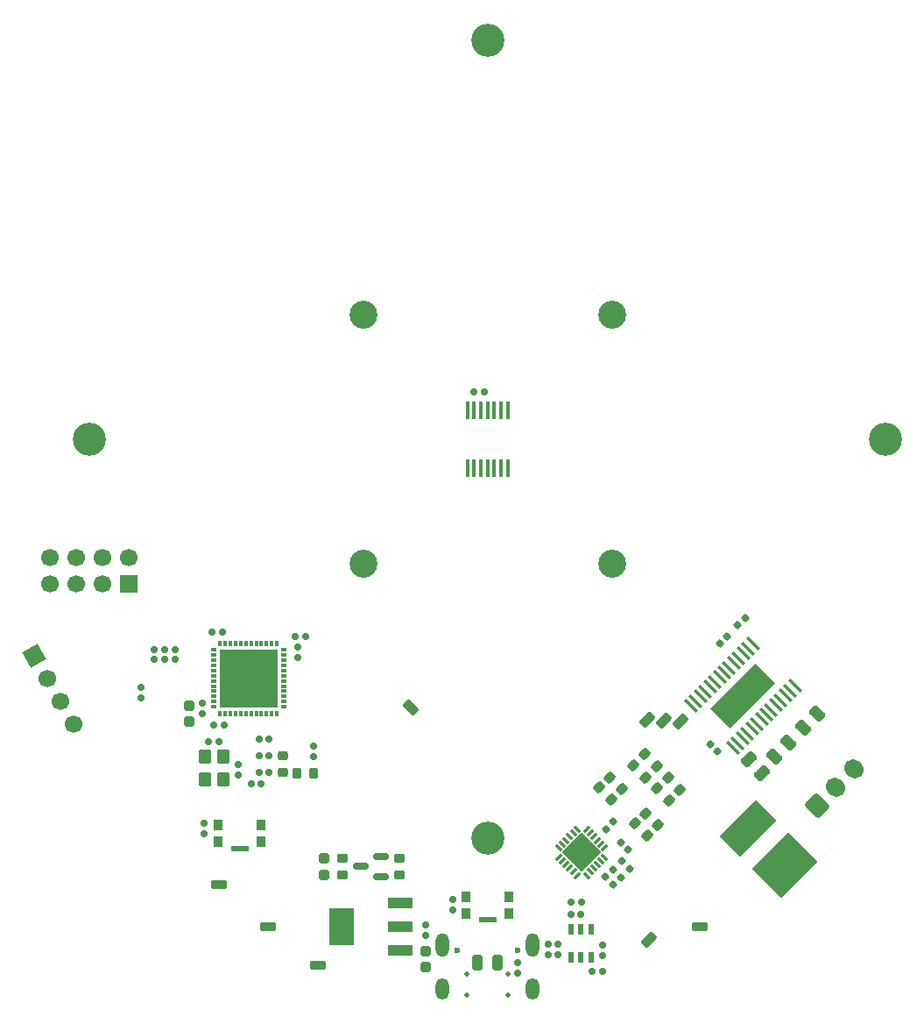
<source format=gbr>
%TF.GenerationSoftware,KiCad,Pcbnew,9.0.1*%
%TF.CreationDate,2025-05-12T15:51:15-07:00*%
%TF.ProjectId,SmartKnobController_ME507,536d6172-744b-46e6-9f62-436f6e74726f,rev?*%
%TF.SameCoordinates,Original*%
%TF.FileFunction,Soldermask,Top*%
%TF.FilePolarity,Negative*%
%FSLAX46Y46*%
G04 Gerber Fmt 4.6, Leading zero omitted, Abs format (unit mm)*
G04 Created by KiCad (PCBNEW 9.0.1) date 2025-05-12 15:51:15*
%MOMM*%
%LPD*%
G01*
G04 APERTURE LIST*
G04 Aperture macros list*
%AMRoundRect*
0 Rectangle with rounded corners*
0 $1 Rounding radius*
0 $2 $3 $4 $5 $6 $7 $8 $9 X,Y pos of 4 corners*
0 Add a 4 corners polygon primitive as box body*
4,1,4,$2,$3,$4,$5,$6,$7,$8,$9,$2,$3,0*
0 Add four circle primitives for the rounded corners*
1,1,$1+$1,$2,$3*
1,1,$1+$1,$4,$5*
1,1,$1+$1,$6,$7*
1,1,$1+$1,$8,$9*
0 Add four rect primitives between the rounded corners*
20,1,$1+$1,$2,$3,$4,$5,0*
20,1,$1+$1,$4,$5,$6,$7,0*
20,1,$1+$1,$6,$7,$8,$9,0*
20,1,$1+$1,$8,$9,$2,$3,0*%
%AMHorizOval*
0 Thick line with rounded ends*
0 $1 width*
0 $2 $3 position (X,Y) of the first rounded end (center of the circle)*
0 $4 $5 position (X,Y) of the second rounded end (center of the circle)*
0 Add line between two ends*
20,1,$1,$2,$3,$4,$5,0*
0 Add two circle primitives to create the rounded ends*
1,1,$1,$2,$3*
1,1,$1,$4,$5*%
%AMRotRect*
0 Rectangle, with rotation*
0 The origin of the aperture is its center*
0 $1 length*
0 $2 width*
0 $3 Rotation angle, in degrees counterclockwise*
0 Add horizontal line*
21,1,$1,$2,0,0,$3*%
G04 Aperture macros list end*
%ADD10R,0.300000X0.550000*%
%ADD11R,0.550000X0.300000*%
%ADD12R,5.600000X5.600000*%
%ADD13RoundRect,0.219000X-0.294000X0.219000X-0.294000X-0.219000X0.294000X-0.219000X0.294000X0.219000X0*%
%ADD14RoundRect,0.225000X-0.212132X-0.530330X0.530330X0.212132X0.212132X0.530330X-0.530330X-0.212132X0*%
%ADD15C,3.200000*%
%ADD16C,2.700000*%
%ADD17RoundRect,0.159000X-0.159000X-0.189000X0.159000X-0.189000X0.159000X0.189000X-0.159000X0.189000X0*%
%ADD18RoundRect,0.219000X0.362746X0.053033X0.053033X0.362746X-0.362746X-0.053033X-0.053033X-0.362746X0*%
%ADD19RoundRect,0.159000X0.159000X0.189000X-0.159000X0.189000X-0.159000X-0.189000X0.159000X-0.189000X0*%
%ADD20RoundRect,0.159000X0.021213X-0.246073X0.246073X-0.021213X-0.021213X0.246073X-0.246073X0.021213X0*%
%ADD21R,2.470000X0.980000*%
%ADD22R,2.470000X3.600000*%
%ADD23RoundRect,0.159000X0.189000X-0.159000X0.189000X0.159000X-0.189000X0.159000X-0.189000X-0.159000X0*%
%ADD24RoundRect,0.159000X-0.189000X0.159000X-0.189000X-0.159000X0.189000X-0.159000X0.189000X0.159000X0*%
%ADD25RoundRect,0.225000X-0.530330X0.212132X0.212132X-0.530330X0.530330X-0.212132X-0.212132X0.530330X0*%
%ADD26RoundRect,0.261500X0.261500X0.476500X-0.261500X0.476500X-0.261500X-0.476500X0.261500X-0.476500X0*%
%ADD27RotRect,0.254000X0.812800X315.000000*%
%ADD28RotRect,0.254000X0.812800X225.000000*%
%ADD29RotRect,2.641600X2.641600X225.000000*%
%ADD30RoundRect,0.225000X-0.525000X-0.225000X0.525000X-0.225000X0.525000X0.225000X-0.525000X0.225000X0*%
%ADD31RoundRect,0.150000X0.590000X0.150000X-0.590000X0.150000X-0.590000X-0.150000X0.590000X-0.150000X0*%
%ADD32RoundRect,0.219000X0.294000X-0.219000X0.294000X0.219000X-0.294000X0.219000X-0.294000X-0.219000X0*%
%ADD33RoundRect,0.159000X-0.246073X-0.021213X-0.021213X-0.246073X0.246073X0.021213X0.021213X0.246073X0*%
%ADD34RoundRect,0.219000X-0.362746X-0.053033X-0.053033X-0.362746X0.362746X0.053033X0.053033X0.362746X0*%
%ADD35RoundRect,0.159000X0.246073X0.021213X0.021213X0.246073X-0.246073X-0.021213X-0.021213X-0.246073X0*%
%ADD36RoundRect,0.250000X0.350000X-0.450000X0.350000X0.450000X-0.350000X0.450000X-0.350000X-0.450000X0*%
%ADD37RoundRect,0.159000X-0.021213X0.246073X-0.246073X0.021213X0.021213X-0.246073X0.246073X-0.021213X0*%
%ADD38RoundRect,0.239000X-0.274000X0.239000X-0.274000X-0.239000X0.274000X-0.239000X0.274000X0.239000X0*%
%ADD39HorizOval,0.340000X-0.491439X0.491439X0.491439X-0.491439X0*%
%ADD40RotRect,6.200000X2.750000X45.000000*%
%ADD41RoundRect,0.269000X0.159099X-0.539522X0.539522X-0.159099X-0.159099X0.539522X-0.539522X0.159099X0*%
%ADD42R,0.600000X1.100000*%
%ADD43RoundRect,0.244000X0.269000X-0.244000X0.269000X0.244000X-0.269000X0.244000X-0.269000X-0.244000X0*%
%ADD44RoundRect,0.269000X0.539522X0.159099X0.159099X0.539522X-0.539522X-0.159099X-0.159099X-0.539522X0*%
%ADD45R,0.900000X1.000000*%
%ADD46R,1.700000X0.550000*%
%ADD47RotRect,2.800000X5.000000X135.000000*%
%ADD48RotRect,4.000000X5.000000X135.000000*%
%ADD49RoundRect,0.220000X-0.255000X0.220000X-0.255000X-0.220000X0.255000X-0.220000X0.255000X0.220000X0*%
%ADD50R,0.400000X1.700000*%
%ADD51RoundRect,0.219000X-0.219000X-0.294000X0.219000X-0.294000X0.219000X0.294000X-0.219000X0.294000X0*%
%ADD52RoundRect,0.225000X0.525000X0.225000X-0.525000X0.225000X-0.525000X-0.225000X0.525000X-0.225000X0*%
%ADD53RoundRect,0.225000X0.212132X0.530330X-0.530330X-0.212132X-0.212132X-0.530330X0.530330X0.212132X0*%
%ADD54R,1.700000X1.700000*%
%ADD55C,1.700000*%
%ADD56RotRect,1.700000X1.700000X210.000000*%
%ADD57C,0.600000*%
%ADD58O,1.300000X2.100000*%
%ADD59O,1.300000X2.300000*%
%ADD60C,0.500000*%
%ADD61RoundRect,0.250000X0.088388X-0.936916X0.936916X-0.088388X-0.088388X0.936916X-0.936916X0.088388X0*%
%ADD62HorizOval,1.700000X-0.088388X0.088388X0.088388X-0.088388X0*%
G04 APERTURE END LIST*
D10*
%TO.C,U4*%
X127300000Y-114875000D03*
X127800000Y-114875000D03*
X128300001Y-114875000D03*
X128800000Y-114875000D03*
X129300000Y-114874999D03*
X129800000Y-114875000D03*
X130300000Y-114875000D03*
X130800000Y-114874999D03*
X131300000Y-114875000D03*
X131799999Y-114875000D03*
X132300000Y-114875000D03*
X132800000Y-114875000D03*
D11*
X133425000Y-114250000D03*
X133425000Y-113750000D03*
X133425000Y-113249999D03*
X133425000Y-112750000D03*
X133424999Y-112250000D03*
X133425000Y-111750000D03*
X133425000Y-111250000D03*
X133424999Y-110750000D03*
X133425000Y-110250000D03*
X133425000Y-109750001D03*
X133425000Y-109250000D03*
X133425000Y-108750000D03*
D10*
X132800000Y-108125000D03*
X132300000Y-108125000D03*
X131799999Y-108125000D03*
X131300000Y-108125000D03*
X130800000Y-108125001D03*
X130300000Y-108125000D03*
X129800000Y-108125000D03*
X129300000Y-108125001D03*
X128800000Y-108125000D03*
X128300001Y-108125000D03*
X127800000Y-108125000D03*
X127300000Y-108125000D03*
D11*
X126675000Y-108750000D03*
X126675000Y-109250000D03*
X126675000Y-109750001D03*
X126675000Y-110250000D03*
X126675001Y-110750000D03*
X126675000Y-111250000D03*
X126675000Y-111750000D03*
X126675001Y-112250000D03*
X126675000Y-112750000D03*
X126675000Y-113249999D03*
X126675000Y-113750000D03*
X126675000Y-114250000D03*
D12*
X130050000Y-111500000D03*
%TD*%
D13*
%TO.C,R16*%
X139100000Y-128879999D03*
X139100000Y-130520001D03*
%TD*%
D14*
%TO.C,TP3*%
X168800000Y-136800000D03*
%TD*%
D15*
%TO.C,H6*%
X153150000Y-49900000D03*
%TD*%
D16*
%TO.C,H4*%
X165170815Y-76379185D03*
%TD*%
D17*
%TO.C,C19*%
X161212564Y-133116386D03*
X162212562Y-133116386D03*
%TD*%
D18*
%TO.C,R9*%
X168445634Y-121052740D03*
X167285978Y-119893084D03*
%TD*%
D19*
%TO.C,R1*%
X131299999Y-121700000D03*
X130300001Y-121700000D03*
%TD*%
D17*
%TO.C,C4*%
X134550001Y-107500000D03*
X135549999Y-107500000D03*
%TD*%
D20*
%TO.C,C31*%
X177346447Y-106353553D03*
X178053553Y-105646447D03*
%TD*%
D21*
%TO.C,U3*%
X144730000Y-137800000D03*
X144730000Y-135500000D03*
X144730000Y-133200000D03*
D22*
X139070000Y-135500000D03*
%TD*%
D23*
%TO.C,C13*%
X129019999Y-120799999D03*
X129019999Y-119800001D03*
%TD*%
D24*
%TO.C,R22*%
X120900001Y-108700001D03*
X120900001Y-109700001D03*
%TD*%
%TO.C,C22*%
X159039340Y-137200002D03*
X159039340Y-138200000D03*
%TD*%
D19*
%TO.C,C7*%
X132049998Y-117362500D03*
X131050000Y-117362500D03*
%TD*%
D25*
%TO.C,TP4*%
X145700000Y-114300000D03*
%TD*%
D26*
%TO.C,D3*%
X154089999Y-139000000D03*
X152210001Y-139000000D03*
%TD*%
D18*
%TO.C,R10*%
X165119359Y-123219359D03*
X163959703Y-122059703D03*
%TD*%
D27*
%TO.C,U1*%
X164487747Y-127865184D03*
X164134194Y-127511632D03*
X163780640Y-127158078D03*
X163427086Y-126804524D03*
X163073532Y-126450970D03*
X162719980Y-126097417D03*
D28*
X161811630Y-126097417D03*
X161458078Y-126450970D03*
X161104524Y-126804524D03*
X160750970Y-127158078D03*
X160397416Y-127511632D03*
X160043863Y-127865184D03*
D27*
X160043863Y-128773534D03*
X160397416Y-129127086D03*
X160750970Y-129480640D03*
X161104524Y-129834194D03*
X161458078Y-130187748D03*
X161811630Y-130541301D03*
D28*
X162719980Y-130541301D03*
X163073532Y-130187748D03*
X163427086Y-129834194D03*
X163780640Y-129480640D03*
X164134194Y-129127086D03*
X164487747Y-128773534D03*
D29*
X162265805Y-128319359D03*
%TD*%
D15*
%TO.C,H5*%
X114650000Y-88400000D03*
%TD*%
D14*
%TO.C,TP9*%
X170200000Y-115600000D03*
%TD*%
D23*
%TO.C,C1*%
X134799999Y-109499999D03*
X134799999Y-108500001D03*
%TD*%
D24*
%TO.C,R23*%
X121950001Y-108700001D03*
X121950001Y-109700001D03*
%TD*%
D30*
%TO.C,TP2*%
X173650000Y-135500000D03*
%TD*%
D31*
%TO.C,Q1*%
X142830000Y-130629999D03*
X142830000Y-128729999D03*
X140950001Y-129679999D03*
%TD*%
D32*
%TO.C,R20*%
X144640000Y-130500000D03*
X144640000Y-128859998D03*
%TD*%
D17*
%TO.C,C20*%
X161200001Y-134300000D03*
X162199999Y-134300000D03*
%TD*%
D33*
%TO.C,C18*%
X166065806Y-127365806D03*
X166772912Y-128072912D03*
%TD*%
D14*
%TO.C,TP8*%
X168600000Y-115500000D03*
%TD*%
D16*
%TO.C,H1*%
X141129185Y-100420815D03*
%TD*%
D34*
%TO.C,R5*%
X169539531Y-122139531D03*
X170699187Y-123299187D03*
%TD*%
D30*
%TO.C,TP10*%
X131900000Y-135500000D03*
%TD*%
D24*
%TO.C,C21*%
X164300000Y-137300001D03*
X164300000Y-138299999D03*
%TD*%
D18*
%TO.C,R4*%
X171759847Y-122238527D03*
X170600191Y-121078871D03*
%TD*%
D24*
%TO.C,C25*%
X147150000Y-135350001D03*
X147150000Y-136349999D03*
%TD*%
D17*
%TO.C,C5*%
X126700001Y-115999999D03*
X127699999Y-115999999D03*
%TD*%
D35*
%TO.C,C15*%
X166872912Y-129872912D03*
X166165806Y-129165806D03*
%TD*%
D19*
%TO.C,C9*%
X132049999Y-120600000D03*
X131050001Y-120600000D03*
%TD*%
D36*
%TO.C,X2*%
X127600000Y-121300000D03*
X127600000Y-119100002D03*
X125840000Y-119100002D03*
X125840000Y-121300000D03*
%TD*%
D37*
%TO.C,C17*%
X166022912Y-130715806D03*
X165315806Y-131422912D03*
%TD*%
D24*
%TO.C,R24*%
X123000001Y-108700001D03*
X122999999Y-109699999D03*
%TD*%
D34*
%TO.C,R7*%
X167439531Y-125539531D03*
X168599187Y-126699187D03*
%TD*%
D24*
%TO.C,C12*%
X149800000Y-132900001D03*
X149800000Y-133899999D03*
%TD*%
D38*
%TO.C,D1*%
X137350000Y-128910001D03*
X137350000Y-130489999D03*
%TD*%
D23*
%TO.C,C2*%
X125550001Y-114899999D03*
X125550001Y-113900001D03*
%TD*%
D39*
%TO.C,U2*%
X176888335Y-118220458D03*
X177347954Y-117760839D03*
X177807574Y-117301219D03*
X178267193Y-116841600D03*
X178726812Y-116381981D03*
X179186432Y-115922361D03*
X179653122Y-115455671D03*
X180112742Y-114996051D03*
X180572361Y-114536432D03*
X181031981Y-114076812D03*
X181491600Y-113617193D03*
X181951219Y-113157574D03*
X182410839Y-112697954D03*
X182870458Y-112238335D03*
X178811665Y-108179542D03*
X178352046Y-108639161D03*
X177892426Y-109098781D03*
X177432807Y-109558400D03*
X176973188Y-110018019D03*
X176513568Y-110477639D03*
X176053949Y-110937258D03*
X175594329Y-111396878D03*
X175127639Y-111863568D03*
X174668019Y-112323188D03*
X174208400Y-112782807D03*
X173748781Y-113242426D03*
X173289161Y-113702046D03*
X172829542Y-114161665D03*
D40*
X177850000Y-113200000D03*
%TD*%
D41*
%TO.C,C33*%
X180878249Y-119071751D03*
X182221751Y-117728249D03*
%TD*%
D17*
%TO.C,C3*%
X126550000Y-107000000D03*
X127549998Y-107000000D03*
%TD*%
D24*
%TO.C,R2*%
X119700000Y-112400001D03*
X119700000Y-113399999D03*
%TD*%
D42*
%TO.C,Q3*%
X161250000Y-138450000D03*
X162200000Y-138450000D03*
X163150000Y-138450000D03*
X163150000Y-135750000D03*
X162200000Y-135750000D03*
X161250000Y-135750000D03*
%TD*%
D30*
%TO.C,TP1*%
X136800000Y-139200000D03*
%TD*%
D16*
%TO.C,H2*%
X165170815Y-100420815D03*
%TD*%
D37*
%TO.C,C16*%
X165272912Y-129965806D03*
X164565806Y-130672912D03*
%TD*%
D23*
%TO.C,R25*%
X136350000Y-119049999D03*
X136350000Y-118050001D03*
%TD*%
D43*
%TO.C,C26*%
X147150000Y-139380000D03*
X147150000Y-137820000D03*
%TD*%
D19*
%TO.C,C8*%
X132049999Y-119000001D03*
X131050001Y-118999999D03*
%TD*%
D44*
%TO.C,C35*%
X179721751Y-120671751D03*
X178378249Y-119328249D03*
%TD*%
D33*
%TO.C,C32*%
X174660661Y-117889340D03*
X175367767Y-118596446D03*
%TD*%
D34*
%TO.C,R8*%
X168346638Y-118832424D03*
X169506294Y-119992080D03*
%TD*%
D17*
%TO.C,C28*%
X151850001Y-83800000D03*
X152849999Y-83800000D03*
%TD*%
D24*
%TO.C,C10*%
X125795001Y-125510001D03*
X125795001Y-126509999D03*
%TD*%
D45*
%TO.C,SW2*%
X151100000Y-134205000D03*
X151100000Y-132605000D03*
X155200000Y-132605000D03*
X155200000Y-134205000D03*
D46*
X153150000Y-134825000D03*
%TD*%
D47*
%TO.C,C14*%
X178293756Y-125993756D03*
D48*
X181900000Y-129600000D03*
%TD*%
D17*
%TO.C,R13*%
X163300001Y-139800000D03*
X164299999Y-139800000D03*
%TD*%
D18*
%TO.C,R6*%
X169599187Y-125699187D03*
X168439531Y-124539531D03*
%TD*%
D49*
%TO.C,FB1*%
X133350000Y-119010001D03*
X133350000Y-120589999D03*
%TD*%
D16*
%TO.C,H3*%
X141129185Y-76379185D03*
%TD*%
D15*
%TO.C,H8*%
X191650000Y-88400000D03*
%TD*%
D50*
%TO.C,U5*%
X151200000Y-91200000D03*
X151850000Y-91200000D03*
X152500001Y-91200000D03*
X153150000Y-91200000D03*
X153799999Y-91200000D03*
X154450000Y-91200000D03*
X155100000Y-91200000D03*
X155100000Y-85600000D03*
X154450000Y-85600000D03*
X153799999Y-85600000D03*
X153150000Y-85600000D03*
X152500001Y-85600000D03*
X151850000Y-85600000D03*
X151200000Y-85600000D03*
%TD*%
D17*
%TO.C,C11*%
X126200001Y-117600001D03*
X127199999Y-117600001D03*
%TD*%
D45*
%TO.C,SW1*%
X127145001Y-127300000D03*
X127145002Y-125700000D03*
X131245000Y-125700000D03*
X131245001Y-127300000D03*
D46*
X129195001Y-127920001D03*
%TD*%
D41*
%TO.C,C34*%
X183678249Y-116271751D03*
X185021751Y-114928249D03*
%TD*%
D24*
%TO.C,R12*%
X159950000Y-137200001D03*
X159950000Y-138199999D03*
%TD*%
D23*
%TO.C,R21*%
X156100000Y-139999999D03*
X156100000Y-139000001D03*
%TD*%
D51*
%TO.C,R18*%
X134729999Y-120649999D03*
X136370001Y-120650001D03*
%TD*%
D34*
%TO.C,R11*%
X164959703Y-121059703D03*
X166119359Y-122219359D03*
%TD*%
D15*
%TO.C,H7*%
X153150000Y-126900000D03*
%TD*%
D52*
%TO.C,TP5*%
X127200000Y-131400000D03*
%TD*%
D43*
%TO.C,C6*%
X124300000Y-115680000D03*
X124300000Y-114120000D03*
%TD*%
D20*
%TO.C,R19*%
X175596447Y-108153553D03*
X176303553Y-107446447D03*
%TD*%
D53*
%TO.C,TP7*%
X171800000Y-115700000D03*
%TD*%
D37*
%TO.C,R14*%
X165319358Y-125365806D03*
X164612252Y-126072912D03*
%TD*%
D54*
%TO.C,J4*%
X118479999Y-102400001D03*
D55*
X118479999Y-99860001D03*
X115939999Y-102400001D03*
X115939999Y-99860000D03*
X113400000Y-102400000D03*
X113399999Y-99860001D03*
X110859999Y-102400001D03*
X110859999Y-99860000D03*
%TD*%
D56*
%TO.C,J2*%
X109360001Y-109300592D03*
D55*
X110630001Y-111500297D03*
X111900001Y-113700000D03*
X113170001Y-115899706D03*
%TD*%
D57*
%TO.C,J1*%
X156040000Y-137800000D03*
X150260000Y-137800000D03*
D58*
X157480000Y-141480001D03*
D59*
X157480000Y-137280000D03*
D60*
X155150000Y-142100000D03*
X155150000Y-140100000D03*
X151150000Y-142100000D03*
X151150000Y-140100000D03*
D58*
X148820000Y-141480001D03*
D59*
X148820000Y-137280000D03*
%TD*%
D61*
%TO.C,J3*%
X185018216Y-123803750D03*
D62*
X186785983Y-122035983D03*
X188553750Y-120268216D03*
%TD*%
M02*

</source>
